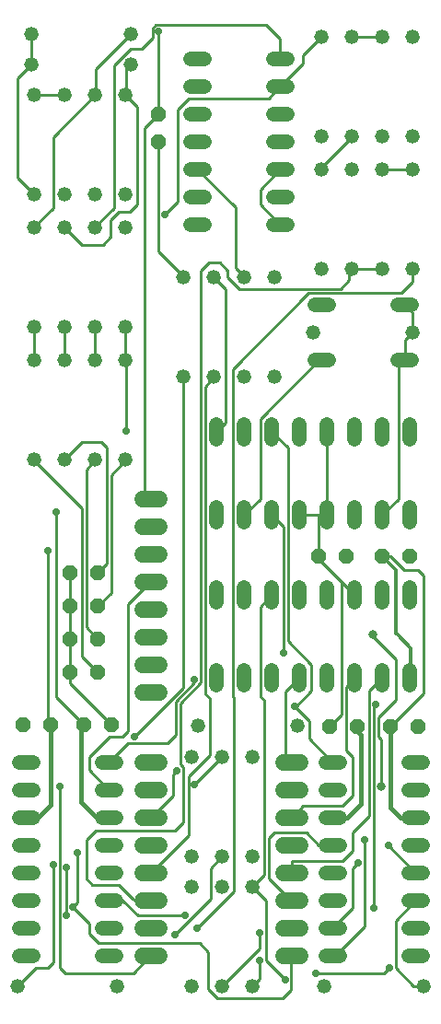
<source format=gtl>
G75*
%MOIN*%
%OFA0B0*%
%FSLAX24Y24*%
%IPPOS*%
%LPD*%
%AMOC8*
5,1,8,0,0,1.08239X$1,22.5*
%
%ADD10C,0.0520*%
%ADD11C,0.0520*%
%ADD12OC8,0.0520*%
%ADD13C,0.0600*%
%ADD14C,0.0087*%
%ADD15C,0.0278*%
%ADD16C,0.0160*%
%ADD17C,0.0138*%
%ADD18C,0.0100*%
%ADD19C,0.0317*%
D10*
X000650Y001800D02*
X001170Y001800D01*
X001170Y002800D02*
X000650Y002800D01*
X000650Y003800D02*
X001170Y003800D01*
X001170Y004800D02*
X000650Y004800D01*
X000650Y005800D02*
X001170Y005800D01*
X001170Y006800D02*
X000650Y006800D01*
X000650Y007800D02*
X001170Y007800D01*
X001170Y008800D02*
X000650Y008800D01*
X003650Y008800D02*
X004170Y008800D01*
X004170Y007800D02*
X003650Y007800D01*
X003650Y006800D02*
X004170Y006800D01*
X004170Y005800D02*
X003650Y005800D01*
X003650Y004800D02*
X004170Y004800D01*
X004170Y003800D02*
X003650Y003800D01*
X003650Y002800D02*
X004170Y002800D01*
X004170Y001800D02*
X003650Y001800D01*
X007810Y011603D02*
X007810Y012123D01*
X008810Y012123D02*
X008810Y011603D01*
X009810Y011603D02*
X009810Y012123D01*
X010810Y012123D02*
X010810Y011603D01*
X011810Y011603D02*
X011810Y012123D01*
X012810Y012123D02*
X012810Y011603D01*
X013810Y011603D02*
X013810Y012123D01*
X014810Y012123D02*
X014810Y011603D01*
X014750Y008800D02*
X015270Y008800D01*
X015270Y007800D02*
X014750Y007800D01*
X014750Y006800D02*
X015270Y006800D01*
X015270Y005800D02*
X014750Y005800D01*
X014750Y004800D02*
X015270Y004800D01*
X015270Y003800D02*
X014750Y003800D01*
X014750Y002800D02*
X015270Y002800D01*
X015270Y001800D02*
X014750Y001800D01*
X012270Y001800D02*
X011750Y001800D01*
X011750Y002800D02*
X012270Y002800D01*
X012270Y003800D02*
X011750Y003800D01*
X011750Y004800D02*
X012270Y004800D01*
X012270Y005800D02*
X011750Y005800D01*
X011750Y006800D02*
X012270Y006800D01*
X012270Y007800D02*
X011750Y007800D01*
X011750Y008800D02*
X012270Y008800D01*
X011810Y014603D02*
X011810Y015123D01*
X010810Y015123D02*
X010810Y014603D01*
X009810Y014603D02*
X009810Y015123D01*
X008810Y015123D02*
X008810Y014603D01*
X007810Y014603D02*
X007810Y015123D01*
X007810Y017503D02*
X007810Y018023D01*
X008810Y018023D02*
X008810Y017503D01*
X009810Y017503D02*
X009810Y018023D01*
X010810Y018023D02*
X010810Y017503D01*
X011810Y017503D02*
X011810Y018023D01*
X012810Y018023D02*
X012810Y017503D01*
X013810Y017503D02*
X013810Y018023D01*
X014810Y018023D02*
X014810Y017503D01*
X014810Y015123D02*
X014810Y014603D01*
X013810Y014603D02*
X013810Y015123D01*
X012810Y015123D02*
X012810Y014603D01*
X012810Y020503D02*
X012810Y021023D01*
X011870Y023363D02*
X011350Y023363D01*
X011810Y021023D02*
X011810Y020503D01*
X010810Y020503D02*
X010810Y021023D01*
X009810Y021023D02*
X009810Y020503D01*
X008810Y020503D02*
X008810Y021023D01*
X007810Y021023D02*
X007810Y020503D01*
X007370Y028263D02*
X006850Y028263D01*
X006850Y029263D02*
X007370Y029263D01*
X007370Y030263D02*
X006850Y030263D01*
X006850Y031263D02*
X007370Y031263D01*
X007370Y032263D02*
X006850Y032263D01*
X006850Y033263D02*
X007370Y033263D01*
X007370Y034263D02*
X006850Y034263D01*
X009850Y034263D02*
X010370Y034263D01*
X010370Y033263D02*
X009850Y033263D01*
X009850Y032263D02*
X010370Y032263D01*
X010370Y031263D02*
X009850Y031263D01*
X009850Y030263D02*
X010370Y030263D01*
X010370Y029263D02*
X009850Y029263D01*
X009850Y028263D02*
X010370Y028263D01*
X011350Y025363D02*
X011870Y025363D01*
X013810Y021023D02*
X013810Y020503D01*
X014810Y020503D02*
X014810Y021023D01*
X014870Y023363D02*
X014350Y023363D01*
X014350Y025363D02*
X014870Y025363D01*
D11*
X000607Y000700D03*
X004213Y000700D03*
X006910Y000697D03*
X008010Y000697D03*
X009110Y000697D03*
X009110Y004303D03*
X009110Y005397D03*
X008010Y005397D03*
X008010Y004303D03*
X006910Y004303D03*
X006910Y005397D03*
X006910Y009003D03*
X007138Y010125D03*
X008010Y009003D03*
X009110Y009003D03*
X010745Y010125D03*
X011707Y000700D03*
X015313Y000700D03*
X009910Y022760D03*
X008810Y022760D03*
X007710Y022760D03*
X006610Y022760D03*
X006610Y026366D03*
X007710Y026366D03*
X008810Y026366D03*
X009910Y026366D03*
X011307Y024363D03*
X011610Y026660D03*
X012710Y026660D03*
X013810Y026660D03*
X014910Y026660D03*
X014913Y024363D03*
X014910Y030266D03*
X014910Y031460D03*
X013810Y031460D03*
X013810Y030266D03*
X012710Y030266D03*
X012710Y031460D03*
X011610Y031460D03*
X011610Y030266D03*
X011610Y035066D03*
X012710Y035066D03*
X013810Y035066D03*
X014910Y035066D03*
X004713Y035163D03*
X004713Y034063D03*
X004510Y032966D03*
X003410Y032966D03*
X002310Y032966D03*
X001210Y032966D03*
X001107Y034063D03*
X001107Y035163D03*
X001210Y029360D03*
X001210Y028166D03*
X002310Y028166D03*
X002310Y029360D03*
X003410Y029360D03*
X003410Y028166D03*
X004510Y028166D03*
X004510Y029360D03*
X004510Y024560D03*
X004510Y023366D03*
X003410Y023366D03*
X003410Y024560D03*
X002310Y024560D03*
X002310Y023366D03*
X001210Y023366D03*
X001210Y024560D03*
X001210Y019760D03*
X002310Y019760D03*
X003410Y019760D03*
X004510Y019760D03*
D12*
X003510Y015663D03*
X003510Y014463D03*
X003510Y013263D03*
X003510Y012063D03*
X003010Y010163D03*
X002510Y012063D03*
X002510Y013263D03*
X002510Y014463D03*
X002510Y015663D03*
X001810Y010163D03*
X000810Y010163D03*
X004010Y010163D03*
X011510Y016263D03*
X012510Y016263D03*
X013810Y016263D03*
X014810Y016263D03*
X015110Y010100D03*
X014110Y010100D03*
X012910Y010100D03*
X011910Y010100D03*
X005710Y031263D03*
X005710Y032263D03*
D13*
X005720Y018344D02*
X005120Y018344D01*
X005120Y017344D02*
X005720Y017344D01*
X005720Y016344D02*
X005120Y016344D01*
X005120Y015344D02*
X005720Y015344D01*
X005720Y014344D02*
X005120Y014344D01*
X005120Y013344D02*
X005720Y013344D01*
X005720Y012344D02*
X005120Y012344D01*
X005120Y011344D02*
X005720Y011344D01*
X005720Y008800D02*
X005120Y008800D01*
X005120Y007800D02*
X005720Y007800D01*
X005720Y006800D02*
X005120Y006800D01*
X005120Y005800D02*
X005720Y005800D01*
X005720Y004800D02*
X005120Y004800D01*
X005120Y003800D02*
X005720Y003800D01*
X005720Y002800D02*
X005120Y002800D01*
X005120Y001800D02*
X005720Y001800D01*
X010220Y001800D02*
X010820Y001800D01*
X010820Y002800D02*
X010220Y002800D01*
X010220Y003800D02*
X010820Y003800D01*
X010820Y004800D02*
X010220Y004800D01*
X010220Y005800D02*
X010820Y005800D01*
X010820Y006800D02*
X010220Y006800D01*
X010220Y007800D02*
X010820Y007800D01*
X010820Y008800D02*
X010220Y008800D01*
D14*
X010310Y009013D02*
X010510Y008813D01*
X010520Y008800D01*
X010310Y009013D02*
X010310Y011363D01*
X010810Y011863D01*
X011235Y011388D02*
X010660Y010813D01*
X011160Y010313D01*
X011160Y009663D01*
X012010Y008813D01*
X012010Y008800D01*
X012485Y009238D02*
X012735Y008988D01*
X012735Y007613D01*
X012360Y007238D01*
X010935Y007238D01*
X010535Y006813D01*
X010520Y006800D01*
X011060Y006263D02*
X009910Y006263D01*
X009710Y006063D01*
X009710Y004613D01*
X010510Y003813D01*
X010520Y003800D01*
X010520Y004800D02*
X010535Y004813D01*
X010535Y005238D01*
X012360Y005238D01*
X012735Y005613D01*
X012735Y006263D01*
X013335Y006863D01*
X013335Y011388D01*
X013810Y011863D01*
X013560Y010913D02*
X013485Y010838D01*
X013485Y003538D01*
X013160Y002863D02*
X013160Y006013D01*
X012935Y005163D02*
X012735Y004963D01*
X012735Y003538D01*
X012010Y002813D01*
X012010Y002800D01*
X012110Y001813D02*
X012010Y001800D01*
X012110Y001813D02*
X013160Y002863D01*
X014060Y001363D02*
X013860Y001163D01*
X011410Y001163D01*
X010510Y000563D02*
X010210Y000263D01*
X007835Y000263D01*
X007510Y000588D01*
X007510Y001938D01*
X007185Y002263D01*
X003535Y002263D01*
X003185Y002613D01*
X003185Y002963D01*
X002585Y003563D01*
X002760Y003738D01*
X002760Y005538D01*
X003085Y005988D02*
X003085Y004588D01*
X003310Y004363D01*
X004260Y004363D01*
X004760Y003863D01*
X004860Y003813D01*
X005410Y003813D01*
X005420Y003800D01*
X004960Y003263D02*
X006660Y003263D01*
X007085Y002788D02*
X008435Y004138D01*
X008435Y011138D01*
X008385Y011188D01*
X008385Y023038D01*
X011135Y025788D01*
X014510Y025788D01*
X014910Y026188D01*
X014910Y026660D01*
X014610Y025363D02*
X014885Y025088D01*
X014885Y024388D01*
X014913Y024363D01*
X014910Y024363D01*
X014635Y024088D01*
X014635Y023388D01*
X014610Y023363D01*
X014385Y023138D01*
X014385Y018338D01*
X013810Y017763D01*
X012360Y015313D02*
X012810Y014863D01*
X012360Y015313D02*
X012335Y015288D01*
X012335Y010538D01*
X011910Y010113D01*
X011910Y010100D01*
X012485Y009238D02*
X012485Y011538D01*
X012810Y011863D01*
X014301Y012521D02*
X013451Y013371D01*
X013451Y013421D01*
X014301Y012521D02*
X014301Y011071D01*
X013651Y010421D01*
X013651Y009721D01*
X013751Y009621D01*
X013751Y007921D01*
X014035Y005788D02*
X015010Y004813D01*
X015010Y004800D01*
X015010Y003800D02*
X015010Y003788D01*
X014285Y003063D01*
X014285Y001363D01*
X014935Y000713D01*
X015313Y000700D01*
X012010Y005800D02*
X012010Y005813D01*
X011510Y005813D01*
X011060Y006263D01*
X009110Y004288D02*
X009585Y003813D01*
X009585Y001638D01*
X010285Y000938D01*
X010510Y000563D02*
X010510Y001788D01*
X010520Y001800D01*
X009360Y001638D02*
X009360Y000963D01*
X009110Y000713D01*
X009110Y000697D01*
X008010Y000713D02*
X009360Y002063D01*
X009360Y002638D01*
X009110Y004288D02*
X009110Y004303D01*
X009135Y004338D01*
X009535Y004738D01*
X009535Y011038D01*
X009385Y011188D01*
X009385Y014438D01*
X009810Y014863D01*
X010385Y013188D02*
X011235Y012338D01*
X011235Y011388D01*
X010635Y010838D02*
X010660Y010813D01*
X010235Y012763D02*
X010235Y017338D01*
X009810Y017763D01*
X009385Y018338D02*
X009385Y021238D01*
X011510Y023363D01*
X011610Y023363D01*
X011810Y020763D02*
X011810Y017763D01*
X011485Y017763D01*
X011485Y016288D01*
X011510Y016263D01*
X011510Y016163D01*
X012360Y015313D01*
X011485Y017763D02*
X010810Y017763D01*
X010385Y020188D02*
X010385Y013188D01*
X008810Y017763D02*
X009385Y018338D01*
X010385Y020188D02*
X009810Y020763D01*
X008135Y021088D02*
X007810Y020763D01*
X008135Y021088D02*
X008135Y025938D01*
X007710Y026363D01*
X007710Y026366D01*
X007235Y026588D02*
X007535Y026888D01*
X007935Y026888D01*
X008210Y026613D01*
X008210Y026363D01*
X008635Y025938D01*
X012285Y025938D01*
X012610Y026263D01*
X012610Y026563D01*
X012685Y026638D01*
X012710Y026660D01*
X012710Y026663D01*
X013810Y026663D01*
X013810Y026660D01*
X013810Y030263D02*
X013810Y030266D01*
X013810Y030263D02*
X014910Y030263D01*
X014910Y030266D01*
X013810Y035063D02*
X013810Y035066D01*
X013810Y035063D02*
X012710Y035063D01*
X012710Y035066D01*
X011610Y035063D02*
X011610Y035066D01*
X011610Y035063D02*
X010935Y034388D01*
X010935Y034088D01*
X010110Y033263D01*
X009685Y032838D01*
X006785Y032838D01*
X006385Y032438D01*
X006385Y029088D01*
X005935Y028638D01*
X005710Y027288D02*
X005710Y031263D01*
X005710Y032263D02*
X005710Y035263D01*
X005610Y035488D02*
X009610Y035488D01*
X010110Y034988D01*
X010110Y034263D01*
X012710Y031438D02*
X011610Y030338D01*
X011610Y030266D01*
X012710Y031438D02*
X012710Y031460D01*
X010110Y030263D02*
X009385Y029538D01*
X009385Y028988D01*
X010110Y028263D01*
X008485Y026713D02*
X008810Y026388D01*
X008810Y026366D01*
X008485Y026713D02*
X008485Y028888D01*
X007110Y030263D01*
X005710Y027288D02*
X006610Y026388D01*
X006610Y026366D01*
X007235Y026588D02*
X007235Y011688D01*
X006485Y010938D01*
X006485Y008738D01*
X006585Y008638D01*
X006585Y006638D01*
X006285Y006338D01*
X003435Y006338D01*
X003085Y005988D01*
X002360Y005013D02*
X002360Y003263D01*
X001910Y001563D02*
X001910Y005113D01*
X002135Y007938D02*
X002135Y001363D01*
X002335Y001163D01*
X004785Y001163D01*
X005410Y001788D01*
X005420Y001800D01*
X004960Y003263D02*
X004410Y003813D01*
X004310Y003788D01*
X003910Y003788D01*
X003910Y003800D01*
X005420Y004800D02*
X005435Y004813D01*
X006785Y006163D01*
X006785Y008288D01*
X007560Y009063D01*
X007560Y011113D01*
X007385Y011288D01*
X007385Y022413D01*
X007710Y022738D01*
X007710Y022760D01*
X006610Y022760D02*
X006610Y011513D01*
X004835Y009738D01*
X004610Y009938D02*
X004410Y009738D01*
X003935Y009738D01*
X003185Y008988D01*
X003185Y008538D01*
X003910Y007813D01*
X003910Y007800D01*
X003910Y008800D02*
X003910Y008813D01*
X004610Y009513D01*
X006035Y009513D01*
X006335Y009813D01*
X006335Y011013D01*
X007010Y011688D01*
X007010Y011788D01*
X008010Y009003D02*
X008010Y008988D01*
X007010Y007988D01*
X006360Y008488D02*
X006235Y008363D01*
X006235Y007613D01*
X005435Y006813D01*
X005420Y006800D01*
X004610Y009938D02*
X004610Y014538D01*
X005410Y015338D01*
X005420Y015344D01*
X003985Y014938D02*
X003510Y014463D01*
X003985Y014938D02*
X003985Y019213D01*
X004510Y019738D01*
X004510Y019760D01*
X004535Y020813D02*
X004535Y023338D01*
X004510Y023366D01*
X004510Y024560D01*
X003410Y024560D02*
X003410Y023366D01*
X002310Y023366D02*
X002310Y024560D01*
X001210Y024560D02*
X001210Y023366D01*
X002935Y020388D02*
X002310Y019763D01*
X002310Y019760D01*
X002935Y020388D02*
X003635Y020388D01*
X003835Y020188D01*
X003835Y015988D01*
X003510Y015663D01*
X003085Y013688D02*
X003510Y013263D01*
X003085Y013688D02*
X003085Y019413D01*
X003410Y019738D01*
X003410Y019760D01*
X002935Y018013D02*
X002935Y012638D01*
X003510Y012063D01*
X002510Y011663D02*
X004010Y010163D01*
X002510Y011663D02*
X002510Y012063D01*
X002510Y013263D01*
X002510Y014463D01*
X002510Y015663D01*
X001710Y016463D02*
X001710Y010263D01*
X001810Y010163D01*
X002935Y018013D02*
X001210Y019738D01*
X001210Y019760D01*
X002935Y027538D02*
X003685Y027538D01*
X003976Y027829D01*
X003976Y028429D01*
X004268Y028721D01*
X004668Y028721D01*
X004935Y028988D01*
X004935Y032538D01*
X004510Y032963D01*
X004510Y032966D01*
X004535Y032988D01*
X004535Y033888D01*
X004710Y034063D01*
X004713Y034063D01*
X004685Y034638D02*
X005085Y034638D01*
X005485Y035038D01*
X005485Y035363D01*
X005610Y035488D01*
X004713Y035163D02*
X004710Y035163D01*
X003435Y033888D01*
X003435Y032988D01*
X003410Y032966D01*
X003410Y032963D01*
X001885Y031438D01*
X001885Y028863D01*
X001210Y028188D01*
X001210Y028166D01*
X001210Y029360D02*
X000610Y029960D01*
X000610Y033563D01*
X001107Y034060D01*
X001107Y034063D01*
X001107Y035163D01*
X001210Y032966D02*
X001210Y032963D01*
X002310Y032963D01*
X002310Y032966D01*
X004085Y034038D02*
X004685Y034638D01*
X004085Y034038D02*
X004085Y028863D01*
X003410Y028188D01*
X003410Y028166D01*
X002935Y027538D02*
X002310Y028163D01*
X002310Y028166D01*
X008010Y005397D02*
X008010Y005388D01*
X007585Y004963D01*
X007585Y003863D01*
X006285Y002563D01*
X008010Y000713D02*
X008010Y000697D01*
X001910Y001563D02*
X001710Y001363D01*
X001260Y001363D01*
X000610Y000713D01*
X000607Y000700D01*
D15*
X002360Y003263D03*
X002585Y003563D03*
X002360Y005013D03*
X002760Y005538D03*
X001910Y005113D03*
X002135Y007938D03*
X004835Y009738D03*
X006360Y008488D03*
X007010Y007988D03*
X007010Y011788D03*
X010235Y012763D03*
X010635Y010838D03*
X012935Y005163D03*
X013160Y006013D03*
X014035Y005788D03*
X013485Y003538D03*
X014060Y001363D03*
X011410Y001163D03*
X010285Y000938D03*
X009360Y001638D03*
X009360Y002638D03*
X007085Y002788D03*
X006660Y003263D03*
X006285Y002563D03*
X001710Y016463D03*
X002010Y017863D03*
X004535Y020813D03*
X005935Y028638D03*
X005710Y035263D03*
X013560Y010913D03*
D16*
X014110Y010100D02*
X014110Y007163D01*
X014473Y006800D01*
X013035Y007288D02*
X013035Y009812D01*
X012910Y009937D01*
X012910Y010100D01*
X013035Y007288D02*
X012547Y006800D01*
X003473Y006800D02*
X002910Y007363D01*
X002910Y010063D01*
X003010Y010163D01*
X001810Y010163D02*
X001810Y007263D01*
X001347Y006800D01*
D17*
X000910Y006800D01*
X003473Y006800D02*
X003910Y006800D01*
X012010Y006800D02*
X012547Y006800D01*
X014473Y006800D02*
X015010Y006800D01*
X014810Y011863D02*
X014826Y011879D01*
X014826Y012946D01*
X014351Y013421D01*
X014310Y013463D01*
X014310Y015763D01*
X013810Y016263D01*
D18*
X014110Y016263D01*
X014610Y015763D01*
X015110Y015763D01*
X015310Y015563D01*
X015310Y011300D01*
X014110Y010100D01*
X005420Y018344D02*
X005420Y018353D01*
X005210Y018563D01*
X005210Y031763D01*
X005710Y032263D01*
X002010Y017863D02*
X002010Y011163D01*
X003010Y010163D01*
D19*
X013451Y013421D03*
X013751Y007921D03*
M02*

</source>
